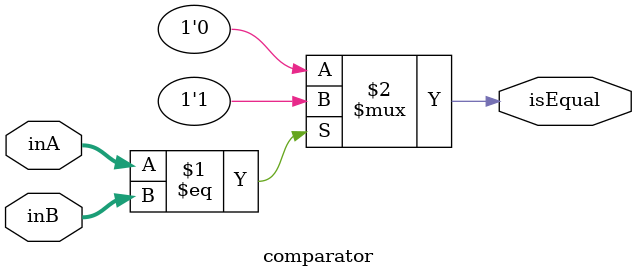
<source format=sv>
module comparator (inA,inB,isEqual);
  parameter width = 32;
  input [width-1:0] inA;
  input [width-1:0] inB;
  output isEqual;

  assign isEqual = (inA==inB) ? 1'b1 : 1'b0;

endmodule //mux2to1

</source>
